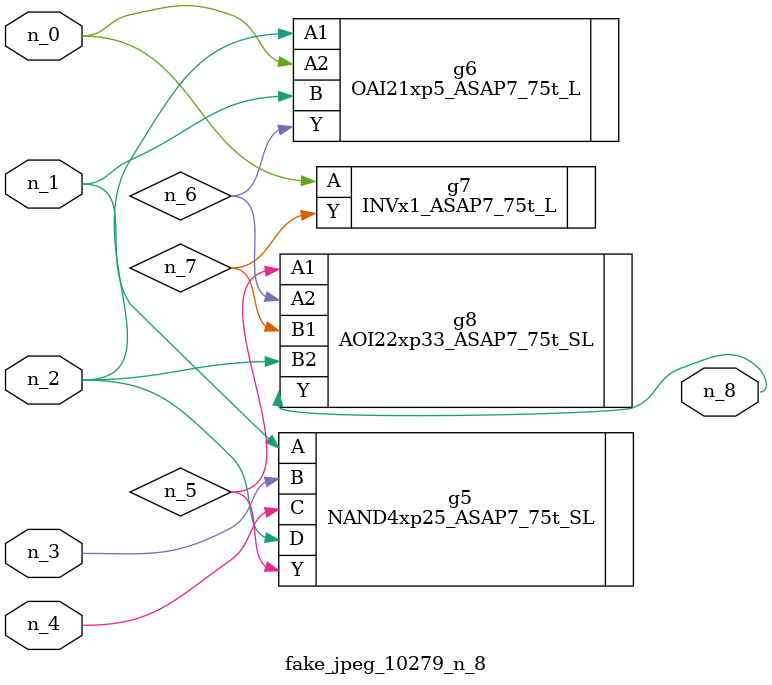
<source format=v>
module fake_jpeg_10279_n_8 (n_3, n_2, n_1, n_0, n_4, n_8);

input n_3;
input n_2;
input n_1;
input n_0;
input n_4;

output n_8;

wire n_6;
wire n_5;
wire n_7;

NAND4xp25_ASAP7_75t_SL g5 ( 
.A(n_1),
.B(n_3),
.C(n_4),
.D(n_2),
.Y(n_5)
);

OAI21xp5_ASAP7_75t_L g6 ( 
.A1(n_2),
.A2(n_0),
.B(n_1),
.Y(n_6)
);

INVx1_ASAP7_75t_L g7 ( 
.A(n_0),
.Y(n_7)
);

AOI22xp33_ASAP7_75t_SL g8 ( 
.A1(n_5),
.A2(n_6),
.B1(n_7),
.B2(n_2),
.Y(n_8)
);


endmodule
</source>
